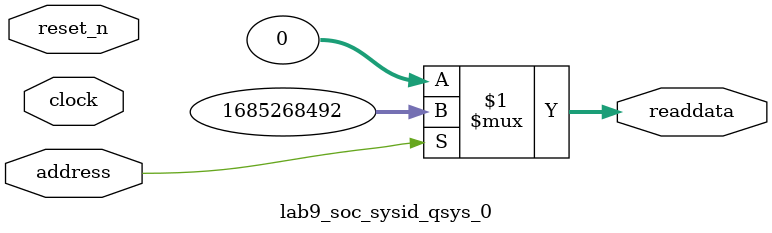
<source format=v>



// synthesis translate_off
`timescale 1ns / 1ps
// synthesis translate_on

// turn off superfluous verilog processor warnings 
// altera message_level Level1 
// altera message_off 10034 10035 10036 10037 10230 10240 10030 

module lab9_soc_sysid_qsys_0 (
               // inputs:
                address,
                clock,
                reset_n,

               // outputs:
                readdata
             )
;

  output  [ 31: 0] readdata;
  input            address;
  input            clock;
  input            reset_n;

  wire    [ 31: 0] readdata;
  //control_slave, which is an e_avalon_slave
  assign readdata = address ? 1685268492 : 0;

endmodule



</source>
